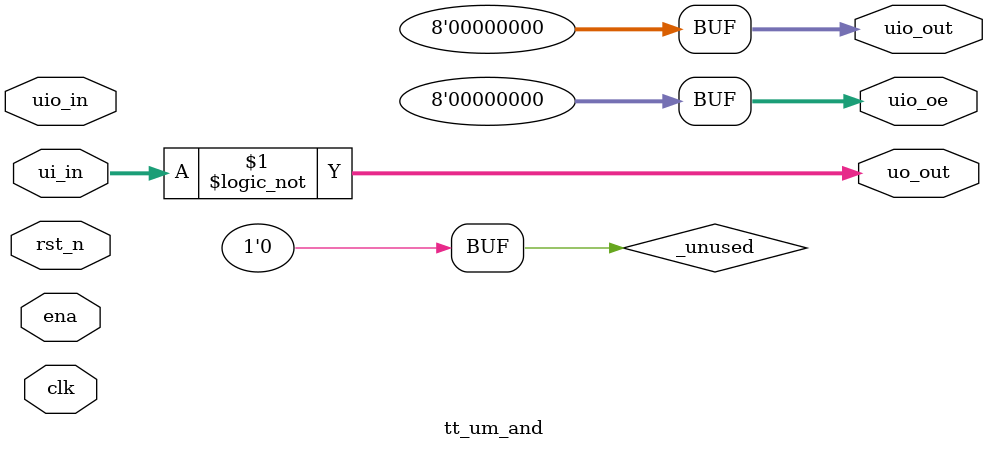
<source format=v>
/*
 * Copyright (c) 2024 Your Name
 * SPDX-License-Identifier: Apache-2.0
 */

`default_nettype none

module tt_um_and (
    input  wire [7:0] ui_in,    // Dedicated inputs
    output wire [7:0] uo_out,   // Dedicated outputs
    input  wire [7:0] uio_in,   // IOs: Input path
    output wire [7:0] uio_out,  // IOs: Output path
    output wire [7:0] uio_oe,   // IOs: Enable path (active high: 0=input, 1=output)
    input  wire       ena,      // always 1 when the design is powered, so you can ignore it
    input  wire       clk,      // clock
    input  wire       rst_n     // reset_n - low to reset
);

  // All output pins must be assigned. If not used, assign to 0.
  assign uo_out  = !ui_in;  // Example: ou_out is the sum of ui_in and uio_in
  assign uio_out = 0;
  assign uio_oe  = 0;

  // List all unused inputs to prevent warnings
  wire _unused = &{ena, clk, rst_n, 1'b0};

endmodule

</source>
